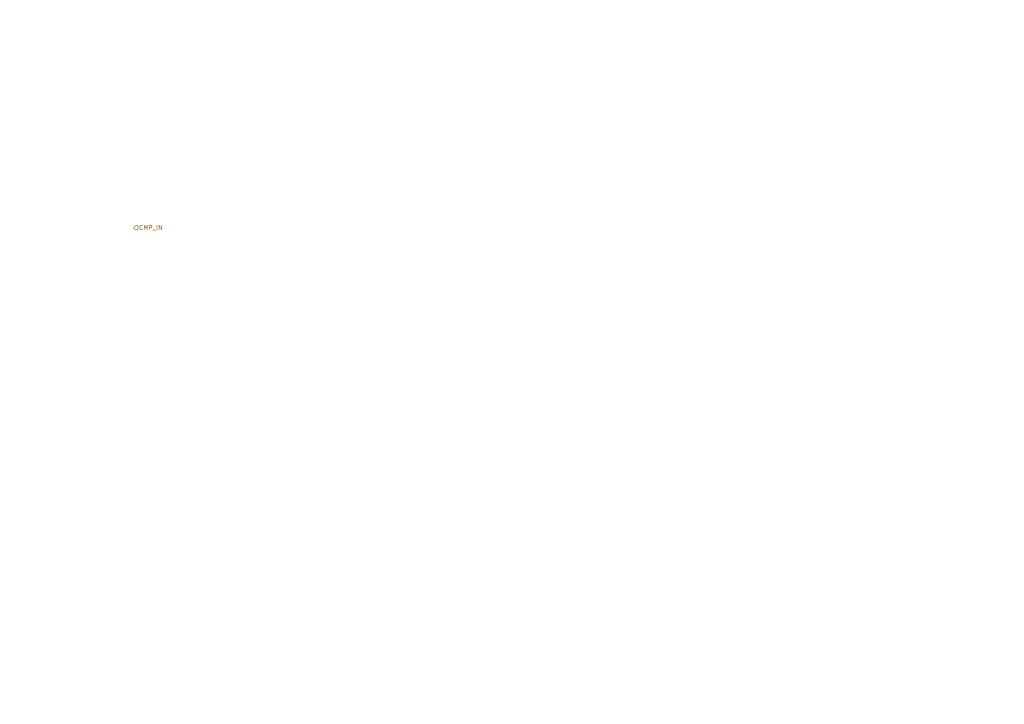
<source format=kicad_sch>
(kicad_sch (version 20230121) (generator eeschema)
  (paper "A4")
  (lib_symbols)
  (hierarchical_label "CMP_IN" (shape input) (at 38.735 66.04 0))
)
</source>
